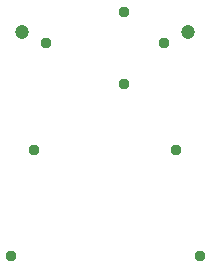
<source format=gbs>
G04 EAGLE Gerber RS-274X export*
G75*
%MOMM*%
%FSLAX34Y34*%
%LPD*%
%INSoldermask Bottom*%
%IPPOS*%
%AMOC8*
5,1,8,0,0,1.08239X$1,22.5*%
G01*
%ADD10C,1.203200*%
%ADD11C,0.959600*%


D10*
X50000Y250000D03*
X190000Y250000D03*
D11*
X135636Y205740D03*
X135636Y266700D03*
X60000Y150000D03*
X180000Y150000D03*
X40000Y60000D03*
X200000Y60000D03*
X170000Y240000D03*
X70000Y240000D03*
M02*

</source>
